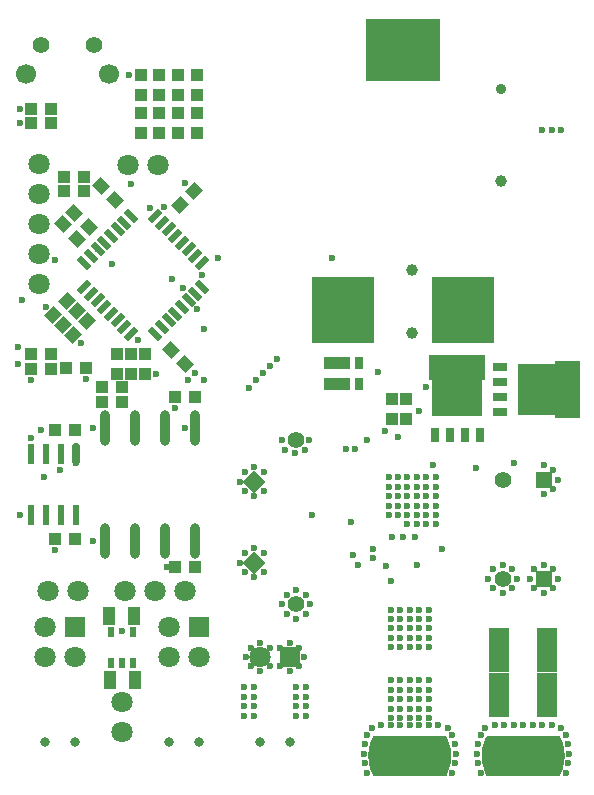
<source format=gts>
%FSLAX44Y44*%
%MOMM*%
G71*
G01*
G75*
G04 Layer_Color=8388736*
%ADD10C,0.4000*%
%ADD11C,0.2540*%
%ADD12R,1.1500X0.7000*%
%ADD13R,0.7000X1.1500*%
%ADD14R,1.0000X1.1000*%
%ADD15R,5.3300X5.5900*%
%ADD16R,6.3500X5.2800*%
%ADD17R,1.1000X1.0000*%
G04:AMPARAMS|DCode=18|XSize=1mm|YSize=1.1mm|CornerRadius=0mm|HoleSize=0mm|Usage=FLASHONLY|Rotation=45.000|XOffset=0mm|YOffset=0mm|HoleType=Round|Shape=Rectangle|*
%AMROTATEDRECTD18*
4,1,4,0.0354,-0.7425,-0.7425,0.0354,-0.0354,0.7425,0.7425,-0.0354,0.0354,-0.7425,0.0*
%
%ADD18ROTATEDRECTD18*%

G04:AMPARAMS|DCode=19|XSize=1mm|YSize=1.1mm|CornerRadius=0mm|HoleSize=0mm|Usage=FLASHONLY|Rotation=135.000|XOffset=0mm|YOffset=0mm|HoleType=Round|Shape=Rectangle|*
%AMROTATEDRECTD19*
4,1,4,0.7425,0.0354,-0.0354,-0.7425,-0.7425,-0.0354,0.0354,0.7425,0.7425,0.0354,0.0*
%
%ADD19ROTATEDRECTD19*%

G04:AMPARAMS|DCode=20|XSize=0.5mm|YSize=1.2mm|CornerRadius=0mm|HoleSize=0mm|Usage=FLASHONLY|Rotation=135.000|XOffset=0mm|YOffset=0mm|HoleType=Round|Shape=Rectangle|*
%AMROTATEDRECTD20*
4,1,4,0.6010,0.2475,-0.2475,-0.6010,-0.6010,-0.2475,0.2475,0.6010,0.6010,0.2475,0.0*
%
%ADD20ROTATEDRECTD20*%

G04:AMPARAMS|DCode=21|XSize=0.5mm|YSize=1.2mm|CornerRadius=0mm|HoleSize=0mm|Usage=FLASHONLY|Rotation=225.000|XOffset=0mm|YOffset=0mm|HoleType=Round|Shape=Rectangle|*
%AMROTATEDRECTD21*
4,1,4,-0.2475,0.6010,0.6010,-0.2475,0.2475,-0.6010,-0.6010,0.2475,-0.2475,0.6010,0.0*
%
%ADD21ROTATEDRECTD21*%

%ADD22O,0.8000X3.0000*%
%ADD23R,0.7620X1.0100*%
%ADD24R,2.2870X1.0100*%
%ADD25R,1.8000X3.7000*%
%ADD26R,0.6000X1.8000*%
G04:AMPARAMS|DCode=27|XSize=0.6mm|YSize=1.8mm|CornerRadius=0.15mm|HoleSize=0mm|Usage=FLASHONLY|Rotation=0.000|XOffset=0mm|YOffset=0mm|HoleType=Round|Shape=RoundedRectangle|*
%AMROUNDEDRECTD27*
21,1,0.6000,1.5000,0,0,0.0*
21,1,0.3000,1.8000,0,0,0.0*
1,1,0.3000,0.1500,-0.7500*
1,1,0.3000,-0.1500,-0.7500*
1,1,0.3000,-0.1500,0.7500*
1,1,0.3000,0.1500,0.7500*
%
%ADD27ROUNDEDRECTD27*%
%ADD28R,1.1000X1.5000*%
%ADD29R,0.6000X0.9000*%
%ADD30C,0.6000*%
%ADD31C,0.4500*%
%ADD32C,1.0000*%
%ADD33C,0.5000*%
%ADD34C,0.1500*%
%ADD35C,0.8000*%
%ADD36C,1.8000*%
%ADD37R,1.8000X1.8000*%
%ADD38R,1.4000X1.4000*%
%ADD39C,1.4000*%
%ADD40C,1.7000*%
%ADD41R,1.8000X1.8000*%
%ADD42P,1.9799X4X360.0*%
%ADD43P,1.9799X4X90.0*%
%ADD44C,0.6000*%
%ADD45C,1.0000*%
%ADD46C,0.9000*%
%ADD47R,1.4000X1.3900*%
%ADD48R,4.8600X3.3600*%
%ADD49R,1.5000X1.0000*%
%ADD50R,1.0000X0.9000*%
%ADD51R,1.6000X1.8000*%
%ADD52O,1.5500X0.2500*%
%ADD53R,1.5500X0.2500*%
%ADD54R,0.2500X1.5500*%
%ADD55R,4.6000X4.6000*%
G04:AMPARAMS|DCode=56|XSize=0.76mm|YSize=1.27mm|CornerRadius=0mm|HoleSize=0mm|Usage=FLASHONLY|Rotation=315.000|XOffset=0mm|YOffset=0mm|HoleType=Round|Shape=Rectangle|*
%AMROTATEDRECTD56*
4,1,4,-0.7177,-0.1803,0.1803,0.7177,0.7177,0.1803,-0.1803,-0.7177,-0.7177,-0.1803,0.0*
%
%ADD56ROTATEDRECTD56*%

%ADD57R,2.2000X1.6000*%
%ADD58R,2.0000X3.5000*%
%ADD59R,0.9000X0.6900*%
%ADD60R,0.9900X0.6900*%
%ADD61R,0.6900X0.9000*%
%ADD62R,0.6900X0.9900*%
%ADD63R,1.4000X1.4000*%
%ADD64R,1.6000X2.9000*%
%ADD65R,1.5000X1.1000*%
%ADD66R,1.8000X1.6000*%
%ADD67R,2.9000X1.6000*%
%ADD68R,3.8100X4.2400*%
%ADD69C,0.1600*%
%ADD70C,0.1800*%
%ADD71C,0.3000*%
%ADD72C,0.2000*%
%ADD73C,0.2500*%
%ADD74C,0.1000*%
%ADD75C,0.1270*%
G36*
X473282Y35939D02*
X475390Y30849D01*
X476676Y25492D01*
X477108Y20000D01*
X476676Y14508D01*
X475390Y9151D01*
X473282Y4061D01*
X472831Y3327D01*
X472790Y3350D01*
X411212D01*
X411167Y3326D01*
X410718Y4059D01*
X408609Y9149D01*
X407323Y14506D01*
X406891Y19998D01*
X407323Y25490D01*
X408609Y30847D01*
X410718Y35937D01*
X411169Y36674D01*
X411214Y36650D01*
X472788D01*
X472786Y36649D01*
X472790Y36650D01*
X472788D01*
X472831Y36674D01*
X473282Y35939D01*
D02*
G37*
G36*
X377282D02*
X379390Y30849D01*
X380676Y25492D01*
X381108Y20000D01*
X380676Y14508D01*
X379390Y9151D01*
X377282Y4061D01*
X376832Y3327D01*
X376790Y3350D01*
X315212D01*
X315167Y3326D01*
X314718Y4059D01*
X312609Y9149D01*
X311323Y14506D01*
X310891Y19998D01*
X311323Y25490D01*
X312609Y30847D01*
X314718Y35937D01*
X315169Y36674D01*
X315214Y36650D01*
X376788D01*
X376786Y36649D01*
X376790Y36650D01*
X376788D01*
X376832Y36674D01*
X377282Y35939D01*
D02*
G37*
G36*
X410000Y338500D02*
X407500D01*
Y307500D01*
X364500D01*
Y338500D01*
X362000D01*
Y359500D01*
X410000D01*
Y338500D01*
D02*
G37*
G36*
X490000Y306000D02*
X469000D01*
Y308500D01*
X438000D01*
Y351500D01*
X469000D01*
Y354000D01*
X490000D01*
Y306000D01*
D02*
G37*
D12*
X422250Y310950D02*
D03*
Y323650D02*
D03*
Y336350D02*
D03*
Y349050D02*
D03*
X460500Y330000D02*
D03*
D13*
X405050Y291750D02*
D03*
X392350D02*
D03*
X379650D02*
D03*
X366950D02*
D03*
X386000Y330000D02*
D03*
X346000Y20000D02*
D03*
X442000D02*
D03*
D14*
X110000Y343500D02*
D03*
Y360500D02*
D03*
X150000Y564500D02*
D03*
Y547500D02*
D03*
X134000Y564500D02*
D03*
Y547500D02*
D03*
X118000Y564500D02*
D03*
Y547500D02*
D03*
X122000Y343500D02*
D03*
Y360500D02*
D03*
X98000Y360500D02*
D03*
Y343500D02*
D03*
X343000Y305500D02*
D03*
Y322500D02*
D03*
X331000Y322500D02*
D03*
Y305500D02*
D03*
X118000Y596500D02*
D03*
Y579500D02*
D03*
X134000Y596500D02*
D03*
Y579500D02*
D03*
X150000Y596500D02*
D03*
Y579500D02*
D03*
X166000Y547500D02*
D03*
Y564499D02*
D03*
X166000Y579500D02*
D03*
Y596500D02*
D03*
D15*
X289250Y397350D02*
D03*
X390750D02*
D03*
D16*
X340000Y618100D02*
D03*
D17*
X53500Y498000D02*
D03*
X70500D02*
D03*
X147500Y324000D02*
D03*
X164500D02*
D03*
X55119Y348149D02*
D03*
X72119D02*
D03*
X42500Y360000D02*
D03*
X25500D02*
D03*
Y348000D02*
D03*
X42500D02*
D03*
X102500Y332000D02*
D03*
X85500D02*
D03*
X85500Y320000D02*
D03*
X102500D02*
D03*
X45500Y296000D02*
D03*
X62500D02*
D03*
X45500Y204000D02*
D03*
X62500D02*
D03*
X147500Y180000D02*
D03*
X164500D02*
D03*
X70500Y510000D02*
D03*
X53500D02*
D03*
X42500Y568000D02*
D03*
X25500D02*
D03*
Y556000D02*
D03*
X42500D02*
D03*
D18*
X84582Y502614D02*
D03*
X96603Y490593D02*
D03*
X61955Y479986D02*
D03*
X73976Y467966D02*
D03*
X156000Y352000D02*
D03*
X143979Y364021D02*
D03*
X51990Y470010D02*
D03*
X64011Y457989D02*
D03*
D19*
X163071Y498371D02*
D03*
X151050Y486350D02*
D03*
X43993Y393553D02*
D03*
X56014Y405574D02*
D03*
X52478Y385068D02*
D03*
X64499Y397089D02*
D03*
X60963Y376582D02*
D03*
X72984Y388603D02*
D03*
D20*
X70440Y417054D02*
D03*
X76097Y411397D02*
D03*
X81754Y405740D02*
D03*
X87411Y400083D02*
D03*
X93067Y394427D02*
D03*
X98724Y388769D02*
D03*
X104382Y383113D02*
D03*
X110038Y377456D02*
D03*
X130544Y477158D02*
D03*
X136201Y471501D02*
D03*
X141858Y465844D02*
D03*
X147515Y460187D02*
D03*
X153172Y454531D02*
D03*
X158828Y448873D02*
D03*
X164485Y443217D02*
D03*
X170142Y437560D02*
D03*
D21*
X130544Y377456D02*
D03*
X136201Y383113D02*
D03*
X141858Y388769D02*
D03*
X147515Y394427D02*
D03*
X153172Y400083D02*
D03*
X158828Y405740D02*
D03*
X164485Y411397D02*
D03*
X170142Y417054D02*
D03*
X70440Y437560D02*
D03*
X76097Y443217D02*
D03*
X81754Y448873D02*
D03*
X87411Y454531D02*
D03*
X93067Y460187D02*
D03*
X98724Y465844D02*
D03*
X104382Y471501D02*
D03*
X110038Y477158D02*
D03*
D22*
X164100Y298000D02*
D03*
X138700D02*
D03*
X113300D02*
D03*
X87900D02*
D03*
X164100Y202000D02*
D03*
X138700D02*
D03*
X113300D02*
D03*
X87900D02*
D03*
D23*
X303340Y352850D02*
D03*
Y335150D02*
D03*
D24*
X284285Y352850D02*
D03*
Y335150D02*
D03*
D25*
X421500Y110000D02*
D03*
X462500D02*
D03*
X421500Y72000D02*
D03*
X462500D02*
D03*
D26*
X63050Y224000D02*
D03*
X50350D02*
D03*
X37650D02*
D03*
X24950D02*
D03*
Y276000D02*
D03*
X37650D02*
D03*
X50350D02*
D03*
D27*
X63050D02*
D03*
D28*
X112985Y84000D02*
D03*
X91985D02*
D03*
X112500Y138500D02*
D03*
X91500D02*
D03*
D29*
X92985Y124950D02*
D03*
Y99050D02*
D03*
X102485D02*
D03*
X111985D02*
D03*
Y124950D02*
D03*
D35*
X142500Y32000D02*
D03*
X167500D02*
D03*
X37500D02*
D03*
X62500D02*
D03*
X244500D02*
D03*
X219500D02*
D03*
D36*
X142500Y103800D02*
D03*
X167500D02*
D03*
X142500Y128800D02*
D03*
X37500Y103800D02*
D03*
X62500D02*
D03*
X37500Y128800D02*
D03*
X132700Y520000D02*
D03*
X107300D02*
D03*
X64700Y160000D02*
D03*
X39300D02*
D03*
X155400Y160000D02*
D03*
X130000D02*
D03*
X104600D02*
D03*
X32000Y520800D02*
D03*
Y495400D02*
D03*
Y470000D02*
D03*
Y444600D02*
D03*
Y419200D02*
D03*
X219500Y103800D02*
D03*
X102485Y40600D02*
D03*
Y66000D02*
D03*
D37*
X167500Y128800D02*
D03*
X62500D02*
D03*
D38*
X459500Y254000D02*
D03*
Y170000D02*
D03*
D39*
X424500Y254000D02*
D03*
Y170000D02*
D03*
X34000Y622000D02*
D03*
X79000D02*
D03*
X249678Y148322D02*
D03*
Y287678D02*
D03*
D40*
X21450Y597100D02*
D03*
X91550D02*
D03*
D41*
X244500Y103800D02*
D03*
D42*
X214322Y183678D02*
D03*
D43*
Y252322D02*
D03*
D44*
X458000Y330000D02*
D03*
X386000Y344000D02*
D03*
Y336000D02*
D03*
Y328000D02*
D03*
Y320000D02*
D03*
Y312000D02*
D03*
X402000Y344000D02*
D03*
X394000D02*
D03*
X378000D02*
D03*
X370000D02*
D03*
X394000Y336000D02*
D03*
X402000D02*
D03*
Y328000D02*
D03*
X394000D02*
D03*
Y320000D02*
D03*
X402000D02*
D03*
Y312000D02*
D03*
X394000D02*
D03*
X370000Y336000D02*
D03*
X310000Y287420D02*
D03*
X328000Y256000D02*
D03*
X292000Y280000D02*
D03*
X299700D02*
D03*
X336000Y256000D02*
D03*
X328000Y248000D02*
D03*
X336000D02*
D03*
X325230Y295500D02*
D03*
X336000Y290000D02*
D03*
X72119Y338881D02*
D03*
X112985Y84000D02*
D03*
X102485Y126000D02*
D03*
X250000Y54000D02*
D03*
Y70000D02*
D03*
X258000Y78000D02*
D03*
Y70000D02*
D03*
Y62000D02*
D03*
X250000Y78000D02*
D03*
X258000Y54000D02*
D03*
X250000Y62000D02*
D03*
X206000Y54000D02*
D03*
Y70000D02*
D03*
X214000Y78000D02*
D03*
Y70000D02*
D03*
Y62000D02*
D03*
X206000Y78000D02*
D03*
X214000Y54000D02*
D03*
X206000Y62000D02*
D03*
X322000Y46000D02*
D03*
X330000D02*
D03*
X338000D02*
D03*
X346000D02*
D03*
X354000D02*
D03*
X362000D02*
D03*
X370000D02*
D03*
X314000Y44000D02*
D03*
X310000Y38000D02*
D03*
X308000Y30000D02*
D03*
X307000Y22000D02*
D03*
X308000Y14000D02*
D03*
X310000Y6000D02*
D03*
X382000D02*
D03*
X384000Y14000D02*
D03*
X385000Y22000D02*
D03*
X384000Y30000D02*
D03*
X382000Y38000D02*
D03*
X378000Y44000D02*
D03*
X474000D02*
D03*
X478000Y38000D02*
D03*
X480000Y30000D02*
D03*
X481000Y22000D02*
D03*
X480000Y14000D02*
D03*
X478000Y6000D02*
D03*
X406000D02*
D03*
X404000Y14000D02*
D03*
X403000Y22000D02*
D03*
X404000Y30000D02*
D03*
X406000Y38000D02*
D03*
X410000Y44000D02*
D03*
X466000Y46000D02*
D03*
X458000D02*
D03*
X450000D02*
D03*
X442000D02*
D03*
X434000D02*
D03*
X426000D02*
D03*
X418000D02*
D03*
X468000Y76000D02*
D03*
X460000Y84000D02*
D03*
X468000Y60000D02*
D03*
X460000Y76000D02*
D03*
Y68000D02*
D03*
Y60000D02*
D03*
X468000Y68000D02*
D03*
Y84000D02*
D03*
Y114000D02*
D03*
X460000Y122000D02*
D03*
X468000Y98000D02*
D03*
X460000Y114000D02*
D03*
Y106000D02*
D03*
Y98000D02*
D03*
X468000Y106000D02*
D03*
Y122000D02*
D03*
X424000Y114000D02*
D03*
X416000Y122000D02*
D03*
X424000Y98000D02*
D03*
X416000Y114000D02*
D03*
Y106000D02*
D03*
Y98000D02*
D03*
X424000Y106000D02*
D03*
Y122000D02*
D03*
Y76000D02*
D03*
X416000Y84000D02*
D03*
X424000Y60000D02*
D03*
X416000Y76000D02*
D03*
Y68000D02*
D03*
Y60000D02*
D03*
X424000Y68000D02*
D03*
Y84000D02*
D03*
X249678Y160322D02*
D03*
X237678Y148322D02*
D03*
X241678Y156322D02*
D03*
X241678Y140322D02*
D03*
X249678Y136322D02*
D03*
X257678Y140322D02*
D03*
X261678Y148322D02*
D03*
X257678Y156322D02*
D03*
X240506Y279192D02*
D03*
X237678Y287678D02*
D03*
X248991Y276364D02*
D03*
X257477Y279192D02*
D03*
X260305Y287678D02*
D03*
X214322Y264322D02*
D03*
X222322Y260322D02*
D03*
X206322Y260322D02*
D03*
X202322Y252322D02*
D03*
X206322Y244322D02*
D03*
X214322Y240322D02*
D03*
X222322Y244322D02*
D03*
X214322Y195678D02*
D03*
X222322Y191678D02*
D03*
X206322Y191678D02*
D03*
X202322Y183678D02*
D03*
X206322Y175678D02*
D03*
X214322Y171678D02*
D03*
X222322Y175678D02*
D03*
X252500Y95800D02*
D03*
X244500Y91800D02*
D03*
X236500Y95800D02*
D03*
X236500Y111800D02*
D03*
X256500Y103800D02*
D03*
X252500Y111800D02*
D03*
X244500Y115800D02*
D03*
X227500Y95800D02*
D03*
X219500Y91800D02*
D03*
X211500Y95800D02*
D03*
X207500Y103800D02*
D03*
X211500Y111800D02*
D03*
X227500Y111800D02*
D03*
X219500Y115800D02*
D03*
X373000Y195000D02*
D03*
X434000Y268000D02*
D03*
X354000Y144000D02*
D03*
X346000D02*
D03*
X338000D02*
D03*
X330000Y136000D02*
D03*
X346000D02*
D03*
X362000D02*
D03*
Y128000D02*
D03*
X354000D02*
D03*
X346000D02*
D03*
X338000D02*
D03*
X330000D02*
D03*
Y120000D02*
D03*
X346000D02*
D03*
X362000D02*
D03*
X354000Y112000D02*
D03*
X346000D02*
D03*
X338000D02*
D03*
X362000Y60000D02*
D03*
Y68000D02*
D03*
Y76000D02*
D03*
X354000Y84000D02*
D03*
Y68000D02*
D03*
Y52000D02*
D03*
X346000D02*
D03*
Y60000D02*
D03*
Y68000D02*
D03*
Y76000D02*
D03*
Y84000D02*
D03*
X338000D02*
D03*
Y68000D02*
D03*
Y52000D02*
D03*
X330000Y60000D02*
D03*
Y68000D02*
D03*
Y76000D02*
D03*
X424500Y182000D02*
D03*
X432500Y178000D02*
D03*
X436500Y170000D02*
D03*
X416500Y178000D02*
D03*
X412500Y170000D02*
D03*
X416500Y162000D02*
D03*
X424500Y158000D02*
D03*
X432500Y162000D02*
D03*
X459500Y182000D02*
D03*
X467500Y178000D02*
D03*
X451500Y178000D02*
D03*
X447500Y170000D02*
D03*
X451500Y162000D02*
D03*
X459500Y158000D02*
D03*
X467500Y162000D02*
D03*
X471500Y170000D02*
D03*
X459500Y266000D02*
D03*
X467500Y262000D02*
D03*
X471500Y254000D02*
D03*
X459500Y242000D02*
D03*
X467500Y246000D02*
D03*
X102500Y332000D02*
D03*
X280000Y441322D02*
D03*
X365500Y266600D02*
D03*
X360000Y256000D02*
D03*
X352000D02*
D03*
X340500Y205364D02*
D03*
X330500D02*
D03*
X352000Y216000D02*
D03*
X360000D02*
D03*
X344000D02*
D03*
X368000D02*
D03*
Y224000D02*
D03*
X350500Y205364D02*
D03*
X314750Y187500D02*
D03*
X325500Y180500D02*
D03*
X298000Y190000D02*
D03*
X302000Y182000D02*
D03*
X315000Y195000D02*
D03*
X344000Y256000D02*
D03*
X360000Y332000D02*
D03*
X378000Y320000D02*
D03*
Y312000D02*
D03*
X328000Y224000D02*
D03*
Y240000D02*
D03*
Y232000D02*
D03*
X352000Y224000D02*
D03*
X296500Y218500D02*
D03*
X352000Y182000D02*
D03*
X474000Y550000D02*
D03*
X466000D02*
D03*
X458000D02*
D03*
X263500Y224000D02*
D03*
X330000Y168000D02*
D03*
X110000Y503999D02*
D03*
X126000Y483999D02*
D03*
X70500Y498000D02*
D03*
Y510000D02*
D03*
X63050Y267900D02*
D03*
X156000Y298000D02*
D03*
X14000Y352000D02*
D03*
X25500Y338500D02*
D03*
X14000Y366000D02*
D03*
X16000Y568000D02*
D03*
X16000Y556000D02*
D03*
X108500Y596500D02*
D03*
X172000Y381255D02*
D03*
X96603Y490593D02*
D03*
X73976Y467966D02*
D03*
X156000Y505442D02*
D03*
X183322Y441322D02*
D03*
X158230Y338230D02*
D03*
X164000Y344000D02*
D03*
X370000Y352000D02*
D03*
X378000D02*
D03*
X386000D02*
D03*
X394000D02*
D03*
X402000D02*
D03*
X378000Y336000D02*
D03*
Y328000D02*
D03*
X233770Y355770D02*
D03*
X169789Y427307D02*
D03*
X154000Y416000D02*
D03*
X94000Y436627D02*
D03*
X81754Y448873D02*
D03*
X222000Y344000D02*
D03*
X216000Y338000D02*
D03*
X210000Y331770D02*
D03*
X318780Y344780D02*
D03*
X482000Y314000D02*
D03*
Y322000D02*
D03*
Y330000D02*
D03*
Y338000D02*
D03*
Y346000D02*
D03*
X474000D02*
D03*
Y338000D02*
D03*
Y330000D02*
D03*
Y322000D02*
D03*
Y314000D02*
D03*
X466000D02*
D03*
Y322000D02*
D03*
Y330000D02*
D03*
Y338000D02*
D03*
Y346000D02*
D03*
X458000D02*
D03*
Y338000D02*
D03*
Y322000D02*
D03*
Y314000D02*
D03*
X450000D02*
D03*
Y322000D02*
D03*
Y330000D02*
D03*
Y338000D02*
D03*
Y346000D02*
D03*
X442000D02*
D03*
Y338000D02*
D03*
Y330000D02*
D03*
Y322000D02*
D03*
Y314000D02*
D03*
X336000Y232000D02*
D03*
Y224000D02*
D03*
Y240000D02*
D03*
X344000Y232000D02*
D03*
Y224000D02*
D03*
Y240000D02*
D03*
Y248000D02*
D03*
X78000Y202000D02*
D03*
X16000Y224000D02*
D03*
X45500Y194500D02*
D03*
X56014Y405574D02*
D03*
X64499Y397089D02*
D03*
X72984Y388603D02*
D03*
X131500Y343500D02*
D03*
X115494Y372000D02*
D03*
X34000Y296000D02*
D03*
X24950Y289050D02*
D03*
X67545Y370000D02*
D03*
X64011Y457989D02*
D03*
X37546Y400000D02*
D03*
X18000Y406000D02*
D03*
X46000Y440000D02*
D03*
X36000Y256000D02*
D03*
X49770Y261770D02*
D03*
X166000Y398569D02*
D03*
X172000Y338000D02*
D03*
X78000Y298000D02*
D03*
X147500Y314500D02*
D03*
X352000Y248000D02*
D03*
Y240000D02*
D03*
Y232000D02*
D03*
X360000Y224000D02*
D03*
Y232000D02*
D03*
Y240000D02*
D03*
Y248000D02*
D03*
X368000D02*
D03*
Y240000D02*
D03*
Y232000D02*
D03*
X228000Y350000D02*
D03*
X368000Y256000D02*
D03*
X138000Y484614D02*
D03*
X144493Y424000D02*
D03*
X386000Y390000D02*
D03*
Y398000D02*
D03*
Y406000D02*
D03*
Y414000D02*
D03*
X394000D02*
D03*
Y406000D02*
D03*
Y398000D02*
D03*
Y390000D02*
D03*
X402000D02*
D03*
Y398000D02*
D03*
Y406000D02*
D03*
Y414000D02*
D03*
X410000D02*
D03*
Y406000D02*
D03*
Y390000D02*
D03*
Y398000D02*
D03*
X330000Y144000D02*
D03*
X338000Y136000D02*
D03*
Y120000D02*
D03*
X330000Y112000D02*
D03*
X362000D02*
D03*
X354000Y120000D02*
D03*
Y136000D02*
D03*
X362000Y144000D02*
D03*
X338000Y60000D02*
D03*
X330000Y52000D02*
D03*
Y84000D02*
D03*
X338000Y76000D02*
D03*
X354000D02*
D03*
X362000Y84000D02*
D03*
X354000Y60000D02*
D03*
X362000Y52000D02*
D03*
X402000Y264000D02*
D03*
X140000Y180000D02*
D03*
X353999Y311999D02*
D03*
D45*
X422820Y506499D02*
D03*
X348142Y431822D02*
D03*
X348000Y378000D02*
D03*
D46*
X422820Y584500D02*
D03*
M02*

</source>
